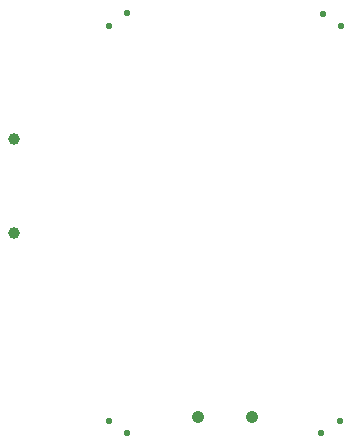
<source format=gbr>
%TF.GenerationSoftware,KiCad,Pcbnew,5.1.5+dfsg1-2~bpo10+1*%
%TF.CreationDate,Date%
%TF.ProjectId,osw,6f73772e-6b69-4636-9164-5f7063625858,3.0*%
%TF.SameCoordinates,Original*%
%TF.FileFunction,NonPlated,1,4,NPTH,Mixed*%
%TF.FilePolarity,Positive*%
%FSLAX46Y46*%
G04 Gerber Fmt 4.6, Leading zero omitted, Abs format (unit mm)*
G04 Created by KiCad*
%MOMM*%
%LPD*%
G04 APERTURE LIST*
%TA.AperFunction,ComponentDrill*%
%ADD10C,0.550000*%
%TD*%
%TA.AperFunction,ComponentDrill*%
%ADD11C,1.000000*%
%TD*%
G04 aperture for slot hole*
%TA.AperFunction,ComponentDrill*%
%ADD12C,1.000000*%
%TD*%
G04 APERTURE END LIST*
D10*
%TO.C,SW5*%
X150213342Y-126721369D03*
%TO.C,SW2*%
X168325386Y-92250978D03*
X169852058Y-93280731D03*
%TO.C,SW1*%
X150202486Y-93270622D03*
X151729158Y-92240869D03*
%TO.C,SW5*%
X151740014Y-127751122D03*
%TO.C,SW4*%
X168200066Y-127772769D03*
X169744478Y-126769816D03*
D11*
%TO.C,XS1*%
X142200000Y-102870000D03*
X142200000Y-110850000D03*
D12*
%TO.C,U5*%
X157734000Y-126404500D02*
X157734000Y-126404500D01*
X162306000Y-126404500D02*
X162306000Y-126404500D01*
M02*

</source>
